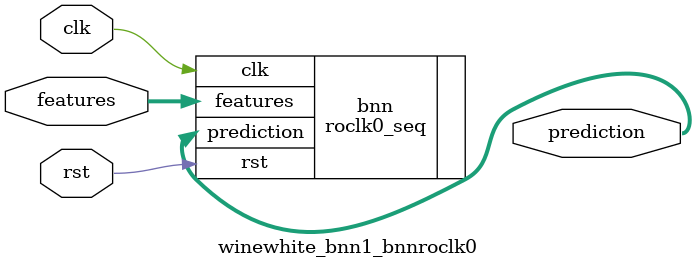
<source format=v>













module winewhite_bnn1_bnnroclk0 #(

parameter FEAT_CNT = 11,
parameter HIDDEN_CNT = 40,
parameter FEAT_BITS = 4,
parameter CLASS_CNT = 7,
parameter TEST_CNT = 1000


  ) (
  input clk,
  input rst,
  input [FEAT_CNT*FEAT_BITS-1:0] features,
  output [$clog2(CLASS_CNT)-1:0] prediction
  );

  localparam Weights0 = 440'b00010101000000000100110001011111111100001000110010111000111101011010011001100010111100110011000010111110111001101101111011100100100101010010111001101100110001100100000010000100011001111001000101010111000101001100101000101100000110011111011111100011100111101111111000100110011101011110000110100011110011010110001110100100000101101110011001000000111010100011101011100100010011100101000101010011100110000100101000111101100110011111111111010110 ;
  localparam Weights1 = 280'b1100111000000011001100101100101011000111100011011110001100111111010011101101011100011011111010110001111101001110110101110000110111101010000011000100001011010011000011011110101100001111010011101101011100001101100010110001111111101110111001110000000011001010100110110101111011010110 ;

  roclk0_seq #(.FEAT_CNT(FEAT_CNT),.FEAT_BITS(FEAT_BITS),.HIDDEN_CNT(HIDDEN_CNT),.CLASS_CNT(CLASS_CNT),.Weights0(Weights0),.Weights1(Weights1)) bnn (
    .clk(clk),
    .rst(rst),
    .features(features),
    .prediction(prediction)
  );

endmodule

</source>
